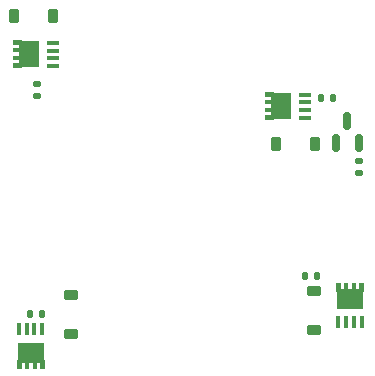
<source format=gbr>
%TF.GenerationSoftware,KiCad,Pcbnew,7.0.9*%
%TF.CreationDate,2024-03-28T09:14:24+03:00*%
%TF.ProjectId,MicroFlightController-v2,4d696372-6f46-46c6-9967-6874436f6e74,rev?*%
%TF.SameCoordinates,Original*%
%TF.FileFunction,Paste,Bot*%
%TF.FilePolarity,Positive*%
%FSLAX46Y46*%
G04 Gerber Fmt 4.6, Leading zero omitted, Abs format (unit mm)*
G04 Created by KiCad (PCBNEW 7.0.9) date 2024-03-28 09:14:24*
%MOMM*%
%LPD*%
G01*
G04 APERTURE LIST*
G04 Aperture macros list*
%AMRoundRect*
0 Rectangle with rounded corners*
0 $1 Rounding radius*
0 $2 $3 $4 $5 $6 $7 $8 $9 X,Y pos of 4 corners*
0 Add a 4 corners polygon primitive as box body*
4,1,4,$2,$3,$4,$5,$6,$7,$8,$9,$2,$3,0*
0 Add four circle primitives for the rounded corners*
1,1,$1+$1,$2,$3*
1,1,$1+$1,$4,$5*
1,1,$1+$1,$6,$7*
1,1,$1+$1,$8,$9*
0 Add four rect primitives between the rounded corners*
20,1,$1+$1,$2,$3,$4,$5,0*
20,1,$1+$1,$4,$5,$6,$7,0*
20,1,$1+$1,$6,$7,$8,$9,0*
20,1,$1+$1,$8,$9,$2,$3,0*%
%AMFreePoly0*
4,1,21,1.372500,0.787500,0.862500,0.787500,0.862500,0.532500,1.372500,0.532500,1.372500,0.127500,0.862500,0.127500,0.862500,-0.127500,1.372500,-0.127500,1.372500,-0.532500,0.862500,-0.532500,0.862500,-0.787500,1.372500,-0.787500,1.372500,-1.195000,0.612500,-1.195000,0.612500,-1.117500,-0.862500,-1.117500,-0.862500,1.117500,0.612500,1.117500,0.612500,1.195000,1.372500,1.195000,
1.372500,0.787500,1.372500,0.787500,$1*%
G04 Aperture macros list end*
%ADD10R,0.990000X0.405000*%
%ADD11FreePoly0,180.000000*%
%ADD12RoundRect,0.135000X-0.135000X-0.185000X0.135000X-0.185000X0.135000X0.185000X-0.135000X0.185000X0*%
%ADD13RoundRect,0.225000X-0.375000X0.225000X-0.375000X-0.225000X0.375000X-0.225000X0.375000X0.225000X0*%
%ADD14RoundRect,0.135000X0.135000X0.185000X-0.135000X0.185000X-0.135000X-0.185000X0.135000X-0.185000X0*%
%ADD15RoundRect,0.225000X-0.225000X-0.375000X0.225000X-0.375000X0.225000X0.375000X-0.225000X0.375000X0*%
%ADD16RoundRect,0.225000X0.225000X0.375000X-0.225000X0.375000X-0.225000X-0.375000X0.225000X-0.375000X0*%
%ADD17R,0.405000X0.990000*%
%ADD18FreePoly0,270.000000*%
%ADD19RoundRect,0.225000X0.375000X-0.225000X0.375000X0.225000X-0.375000X0.225000X-0.375000X-0.225000X0*%
%ADD20RoundRect,0.135000X0.185000X-0.135000X0.185000X0.135000X-0.185000X0.135000X-0.185000X-0.135000X0*%
%ADD21FreePoly0,90.000000*%
%ADD22RoundRect,0.135000X-0.185000X0.135000X-0.185000X-0.135000X0.185000X-0.135000X0.185000X0.135000X0*%
%ADD23RoundRect,0.150000X0.150000X-0.587500X0.150000X0.587500X-0.150000X0.587500X-0.150000X-0.587500X0*%
G04 APERTURE END LIST*
D10*
%TO.C,Q7*%
X159900000Y-89120000D03*
X159900000Y-89780000D03*
X159900000Y-90440000D03*
X159900000Y-91100000D03*
D11*
X157907500Y-90110000D03*
%TD*%
D12*
%TO.C,R33*%
X159950000Y-104490000D03*
X160970000Y-104490000D03*
%TD*%
D13*
%TO.C,D8*%
X140080000Y-106040000D03*
X140080000Y-109340000D03*
%TD*%
D14*
%TO.C,R32*%
X137680000Y-107650000D03*
X136660000Y-107650000D03*
%TD*%
D15*
%TO.C,D10*%
X135317200Y-82425000D03*
X138617200Y-82425000D03*
%TD*%
D16*
%TO.C,D11*%
X160779998Y-93317494D03*
X157479998Y-93317494D03*
%TD*%
D17*
%TO.C,Q4*%
X135710000Y-108990000D03*
X136370000Y-108990000D03*
X137030000Y-108990000D03*
X137690000Y-108990000D03*
D18*
X136700000Y-110982500D03*
%TD*%
D12*
%TO.C,R35*%
X161250000Y-89400000D03*
X162270000Y-89400000D03*
%TD*%
D19*
%TO.C,D9*%
X160689000Y-109075000D03*
X160689000Y-105775000D03*
%TD*%
D10*
%TO.C,Q6*%
X138572500Y-84720000D03*
X138572500Y-85380000D03*
X138572500Y-86040000D03*
X138572500Y-86700000D03*
D11*
X136580000Y-85710000D03*
%TD*%
D20*
%TO.C,R28*%
X164475000Y-95785000D03*
X164475000Y-94765000D03*
%TD*%
D17*
%TO.C,Q5*%
X164720000Y-108382500D03*
X164060000Y-108382500D03*
X163400000Y-108382500D03*
X162740000Y-108382500D03*
D21*
X163730000Y-106390000D03*
%TD*%
D22*
%TO.C,R34*%
X137210000Y-88190000D03*
X137210000Y-89210000D03*
%TD*%
D23*
%TO.C,Q3*%
X164475000Y-93200000D03*
X162575000Y-93200000D03*
X163525000Y-91325000D03*
%TD*%
M02*

</source>
